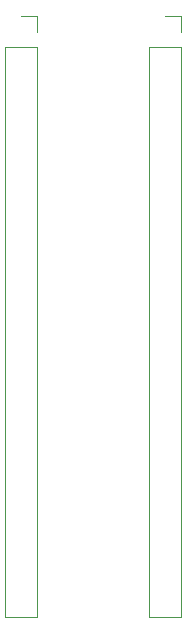
<source format=gbr>
%TF.GenerationSoftware,KiCad,Pcbnew,(6.0.5-0)*%
%TF.CreationDate,2023-05-20T21:44:28+09:00*%
%TF.ProjectId,pico-ski-board,7069636f-2d73-46b6-992d-626f6172642e,rev?*%
%TF.SameCoordinates,Original*%
%TF.FileFunction,Legend,Top*%
%TF.FilePolarity,Positive*%
%FSLAX46Y46*%
G04 Gerber Fmt 4.6, Leading zero omitted, Abs format (unit mm)*
G04 Created by KiCad (PCBNEW (6.0.5-0)) date 2023-05-20 21:44:28*
%MOMM*%
%LPD*%
G01*
G04 APERTURE LIST*
%ADD10C,0.120000*%
G04 APERTURE END LIST*
D10*
%TO.C,J3*%
X120456000Y-49216000D02*
X120456000Y-50546000D01*
X119126000Y-49216000D02*
X120456000Y-49216000D01*
X117796000Y-51816000D02*
X120456000Y-51816000D01*
X120456000Y-51816000D02*
X120456000Y-100136000D01*
X117796000Y-51816000D02*
X117796000Y-100136000D01*
X117796000Y-100136000D02*
X120456000Y-100136000D01*
%TO.C,J1*%
X105604000Y-51816000D02*
X108264000Y-51816000D01*
X108264000Y-49216000D02*
X108264000Y-50546000D01*
X106934000Y-49216000D02*
X108264000Y-49216000D01*
X105604000Y-51816000D02*
X105604000Y-100136000D01*
X108264000Y-51816000D02*
X108264000Y-100136000D01*
X105604000Y-100136000D02*
X108264000Y-100136000D01*
%TD*%
M02*

</source>
